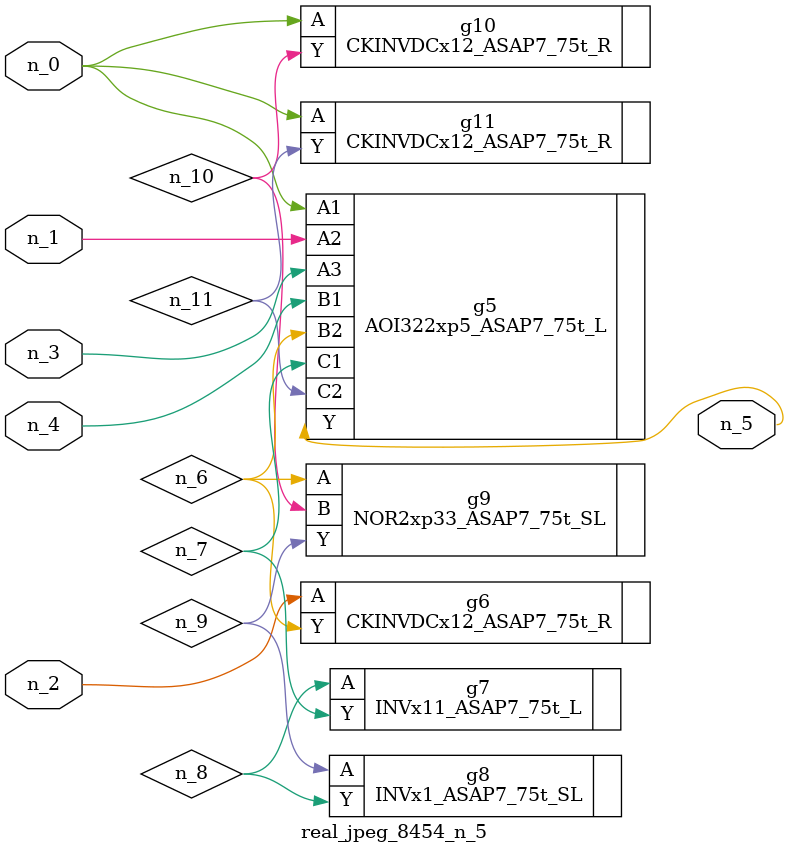
<source format=v>
module real_jpeg_8454_n_5 (n_4, n_0, n_1, n_2, n_3, n_5);

input n_4;
input n_0;
input n_1;
input n_2;
input n_3;

output n_5;

wire n_8;
wire n_11;
wire n_6;
wire n_7;
wire n_10;
wire n_9;

AOI322xp5_ASAP7_75t_L g5 ( 
.A1(n_0),
.A2(n_1),
.A3(n_3),
.B1(n_4),
.B2(n_6),
.C1(n_7),
.C2(n_11),
.Y(n_5)
);

CKINVDCx12_ASAP7_75t_R g10 ( 
.A(n_0),
.Y(n_10)
);

CKINVDCx12_ASAP7_75t_R g11 ( 
.A(n_0),
.Y(n_11)
);

CKINVDCx12_ASAP7_75t_R g6 ( 
.A(n_2),
.Y(n_6)
);

NOR2xp33_ASAP7_75t_SL g9 ( 
.A(n_6),
.B(n_10),
.Y(n_9)
);

INVx11_ASAP7_75t_L g7 ( 
.A(n_8),
.Y(n_7)
);

INVx1_ASAP7_75t_SL g8 ( 
.A(n_9),
.Y(n_8)
);


endmodule
</source>
